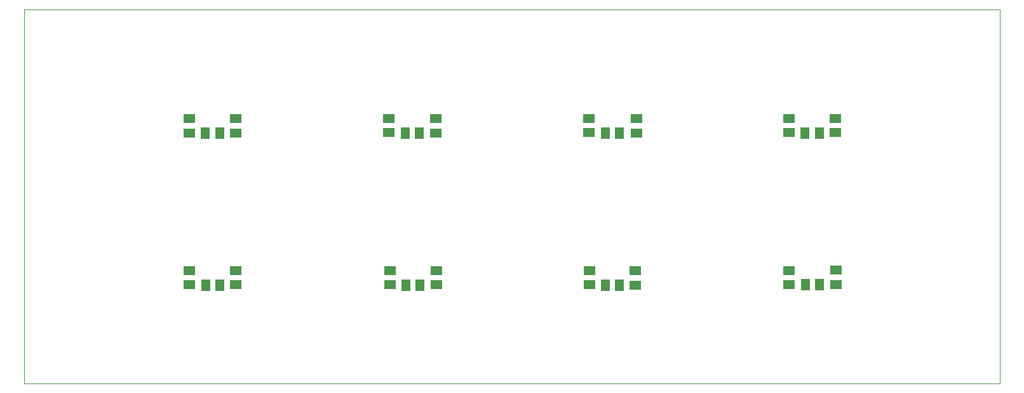
<source format=gbp>
G75*
%MOIN*%
%OFA0B0*%
%FSLAX25Y25*%
%IPPOS*%
%LPD*%
%AMOC8*
5,1,8,0,0,1.08239X$1,22.5*
%
%ADD10C,0.00000*%
%ADD11R,0.05118X0.05906*%
%ADD12R,0.05906X0.05118*%
D10*
X0001500Y0001500D02*
X0001500Y0198350D01*
X0513311Y0198350D01*
X0513311Y0001500D01*
X0001500Y0001500D01*
D11*
X0096539Y0053350D03*
X0104020Y0053350D03*
X0201697Y0053390D03*
X0209177Y0053390D03*
X0306303Y0053311D03*
X0313783Y0053311D03*
X0411303Y0053469D03*
X0418783Y0053469D03*
X0418626Y0133350D03*
X0411146Y0133350D03*
X0313862Y0133390D03*
X0306382Y0133390D03*
X0208783Y0133350D03*
X0201303Y0133350D03*
X0103902Y0133154D03*
X0096421Y0133154D03*
D12*
X0087878Y0133311D03*
X0087878Y0140791D03*
X0112484Y0140870D03*
X0112484Y0133390D03*
X0192720Y0133547D03*
X0192720Y0141028D03*
X0217327Y0140791D03*
X0217327Y0133311D03*
X0297681Y0133547D03*
X0297681Y0141028D03*
X0322642Y0140870D03*
X0322642Y0133390D03*
X0402602Y0133508D03*
X0402602Y0140988D03*
X0427012Y0140988D03*
X0427012Y0133508D03*
X0427209Y0061106D03*
X0427209Y0053626D03*
X0402839Y0053587D03*
X0402839Y0061067D03*
X0322169Y0060752D03*
X0322169Y0053272D03*
X0297878Y0053547D03*
X0297878Y0061028D03*
X0217563Y0060949D03*
X0217563Y0053469D03*
X0193232Y0053469D03*
X0193232Y0060949D03*
X0112445Y0060909D03*
X0112445Y0053429D03*
X0088035Y0053547D03*
X0088035Y0061028D03*
M02*

</source>
